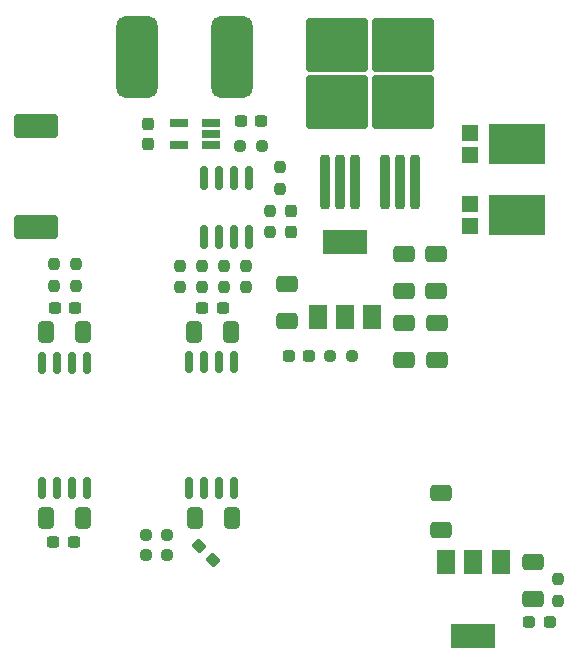
<source format=gbr>
%TF.GenerationSoftware,KiCad,Pcbnew,7.0.5*%
%TF.CreationDate,2025-04-14T03:26:47-04:00*%
%TF.ProjectId,okay_this_one_is_not_work,6f6b6179-5f74-4686-9973-5f6f6e655f69,rev?*%
%TF.SameCoordinates,Original*%
%TF.FileFunction,Paste,Top*%
%TF.FilePolarity,Positive*%
%FSLAX46Y46*%
G04 Gerber Fmt 4.6, Leading zero omitted, Abs format (unit mm)*
G04 Created by KiCad (PCBNEW 7.0.5) date 2025-04-14 03:26:47*
%MOMM*%
%LPD*%
G01*
G04 APERTURE LIST*
G04 Aperture macros list*
%AMRoundRect*
0 Rectangle with rounded corners*
0 $1 Rounding radius*
0 $2 $3 $4 $5 $6 $7 $8 $9 X,Y pos of 4 corners*
0 Add a 4 corners polygon primitive as box body*
4,1,4,$2,$3,$4,$5,$6,$7,$8,$9,$2,$3,0*
0 Add four circle primitives for the rounded corners*
1,1,$1+$1,$2,$3*
1,1,$1+$1,$4,$5*
1,1,$1+$1,$6,$7*
1,1,$1+$1,$8,$9*
0 Add four rect primitives between the rounded corners*
20,1,$1+$1,$2,$3,$4,$5,0*
20,1,$1+$1,$4,$5,$6,$7,0*
20,1,$1+$1,$6,$7,$8,$9,0*
20,1,$1+$1,$8,$9,$2,$3,0*%
G04 Aperture macros list end*
%ADD10R,1.500000X2.000000*%
%ADD11R,3.800000X2.000000*%
%ADD12RoundRect,0.250000X-0.650000X0.412500X-0.650000X-0.412500X0.650000X-0.412500X0.650000X0.412500X0*%
%ADD13RoundRect,0.250000X0.650000X-0.412500X0.650000X0.412500X-0.650000X0.412500X-0.650000X-0.412500X0*%
%ADD14RoundRect,0.237500X-0.237500X0.250000X-0.237500X-0.250000X0.237500X-0.250000X0.237500X0.250000X0*%
%ADD15RoundRect,0.237500X-0.287500X-0.237500X0.287500X-0.237500X0.287500X0.237500X-0.287500X0.237500X0*%
%ADD16RoundRect,0.150000X0.150000X-0.750000X0.150000X0.750000X-0.150000X0.750000X-0.150000X-0.750000X0*%
%ADD17RoundRect,0.250000X2.375000X-2.025000X2.375000X2.025000X-2.375000X2.025000X-2.375000X-2.025000X0*%
%ADD18RoundRect,0.200000X0.200000X-2.100000X0.200000X2.100000X-0.200000X2.100000X-0.200000X-2.100000X0*%
%ADD19RoundRect,0.150000X-0.150000X0.825000X-0.150000X-0.825000X0.150000X-0.825000X0.150000X0.825000X0*%
%ADD20RoundRect,0.150000X-0.150000X0.750000X-0.150000X-0.750000X0.150000X-0.750000X0.150000X0.750000X0*%
%ADD21R,1.560000X0.650000*%
%ADD22RoundRect,0.237500X0.250000X0.237500X-0.250000X0.237500X-0.250000X-0.237500X0.250000X-0.237500X0*%
%ADD23RoundRect,0.237500X-0.250000X-0.237500X0.250000X-0.237500X0.250000X0.237500X-0.250000X0.237500X0*%
%ADD24RoundRect,0.237500X0.237500X-0.250000X0.237500X0.250000X-0.237500X0.250000X-0.237500X-0.250000X0*%
%ADD25RoundRect,0.875000X-0.875000X-2.625000X0.875000X-2.625000X0.875000X2.625000X-0.875000X2.625000X0*%
%ADD26RoundRect,0.250000X-1.625000X0.750000X-1.625000X-0.750000X1.625000X-0.750000X1.625000X0.750000X0*%
%ADD27R,1.400000X1.390000*%
%ADD28R,4.860000X3.360000*%
%ADD29RoundRect,0.250000X-0.412500X-0.650000X0.412500X-0.650000X0.412500X0.650000X-0.412500X0.650000X0*%
%ADD30RoundRect,0.237500X-0.237500X0.300000X-0.237500X-0.300000X0.237500X-0.300000X0.237500X0.300000X0*%
%ADD31RoundRect,0.237500X-0.380070X0.044194X0.044194X-0.380070X0.380070X-0.044194X-0.044194X0.380070X0*%
%ADD32RoundRect,0.237500X-0.300000X-0.237500X0.300000X-0.237500X0.300000X0.237500X-0.300000X0.237500X0*%
%ADD33RoundRect,0.237500X0.300000X0.237500X-0.300000X0.237500X-0.300000X-0.237500X0.300000X-0.237500X0*%
%ADD34RoundRect,0.250000X0.412500X0.650000X-0.412500X0.650000X-0.412500X-0.650000X0.412500X-0.650000X0*%
G04 APERTURE END LIST*
D10*
%TO.C,U7*%
X67515489Y-65758813D03*
D11*
X65215489Y-72058813D03*
D10*
X65215489Y-65758813D03*
X62915489Y-65758813D03*
%TD*%
D12*
%TO.C,C18*%
X59384398Y-45530500D03*
X59384398Y-48655500D03*
%TD*%
%TO.C,C17*%
X62096168Y-45525670D03*
X62096168Y-48650670D03*
%TD*%
D13*
%TO.C,C16*%
X62447327Y-63036954D03*
X62447327Y-59911954D03*
%TD*%
%TO.C,C15*%
X59333598Y-39713900D03*
X59333598Y-42838900D03*
%TD*%
D14*
%TO.C,R14*%
X72364585Y-67233606D03*
X72364585Y-69058606D03*
%TD*%
D15*
%TO.C,D4*%
X69918661Y-70810843D03*
X71668661Y-70810843D03*
%TD*%
D16*
%TO.C,U6*%
X41173403Y-48854600D03*
X42443403Y-48854600D03*
X43713403Y-48854600D03*
X44983403Y-48854600D03*
X44983403Y-59504600D03*
X43713403Y-59504600D03*
X42443403Y-59504600D03*
X41173403Y-59504600D03*
%TD*%
D17*
%TO.C,U5*%
X59233119Y-26842590D03*
X53683119Y-21992590D03*
X53683119Y-26842590D03*
X59233119Y-21992590D03*
D18*
X60268119Y-33567590D03*
X58998119Y-33567590D03*
X57728119Y-33567590D03*
X55188119Y-33567590D03*
X53918119Y-33567590D03*
X52648119Y-33567590D03*
%TD*%
D10*
%TO.C,U4*%
X56629798Y-44985200D03*
X54329798Y-44985200D03*
D11*
X54329798Y-38685200D03*
D10*
X52029798Y-44985200D03*
%TD*%
D19*
%TO.C,U3*%
X46242220Y-38236664D03*
X44972220Y-38236664D03*
X43702220Y-38236664D03*
X42432220Y-38236664D03*
X42432220Y-33286664D03*
X43702220Y-33286664D03*
X44972220Y-33286664D03*
X46242220Y-33286664D03*
%TD*%
D20*
%TO.C,U2*%
X32536598Y-59530000D03*
X31266598Y-59530000D03*
X29996598Y-59530000D03*
X28726598Y-59530000D03*
X28726598Y-48880000D03*
X29996598Y-48880000D03*
X31266598Y-48880000D03*
X32536598Y-48880000D03*
%TD*%
D21*
%TO.C,U1*%
X40302121Y-30477356D03*
X40302121Y-28577356D03*
X43002121Y-28577356D03*
X43002121Y-29527356D03*
X43002121Y-30477356D03*
%TD*%
D22*
%TO.C,R13*%
X54912098Y-48312200D03*
X53087098Y-48312200D03*
%TD*%
D23*
%TO.C,R12*%
X37466098Y-65203200D03*
X39291098Y-65203200D03*
%TD*%
%TO.C,R11*%
X37491498Y-63450600D03*
X39316498Y-63450600D03*
%TD*%
D14*
%TO.C,R10*%
X48036040Y-36010131D03*
X48036040Y-37835131D03*
%TD*%
%TO.C,R9*%
X45947798Y-40668700D03*
X45947798Y-42493700D03*
%TD*%
%TO.C,R8*%
X40359798Y-40668700D03*
X40359798Y-42493700D03*
%TD*%
D24*
%TO.C,R7*%
X44068198Y-42492795D03*
X44068198Y-40667795D03*
%TD*%
%TO.C,R6*%
X42213998Y-42493700D03*
X42213998Y-40668700D03*
%TD*%
D14*
%TO.C,R5*%
X29717198Y-40567100D03*
X29717198Y-42392100D03*
%TD*%
%TO.C,R4*%
X31596798Y-40567100D03*
X31596798Y-42392100D03*
%TD*%
D23*
%TO.C,R3*%
X47317498Y-30583000D03*
X45492498Y-30583000D03*
%TD*%
D24*
%TO.C,R2*%
X48845724Y-32323946D03*
X48845724Y-34148946D03*
%TD*%
D25*
%TO.C,R1*%
X44814602Y-22998776D03*
X36711711Y-22998776D03*
%TD*%
D26*
%TO.C,F1*%
X28177556Y-37378628D03*
X28177556Y-28878628D03*
%TD*%
D15*
%TO.C,D3*%
X49568598Y-48312200D03*
X51318598Y-48312200D03*
%TD*%
D27*
%TO.C,D2*%
X64919641Y-29472302D03*
X64919641Y-31312302D03*
D28*
X68901641Y-30392302D03*
%TD*%
D27*
%TO.C,D1*%
X64919641Y-35434960D03*
X64919641Y-37274960D03*
D28*
X68901641Y-36354960D03*
%TD*%
D29*
%TO.C,C14*%
X41642098Y-62053600D03*
X44767098Y-62053600D03*
%TD*%
%TO.C,C13*%
X41540498Y-46305600D03*
X44665498Y-46305600D03*
%TD*%
D30*
%TO.C,C12*%
X49785515Y-36060131D03*
X49785515Y-37785131D03*
%TD*%
D31*
%TO.C,C11*%
X41959718Y-64415520D03*
X43179478Y-65635280D03*
%TD*%
D32*
%TO.C,C10*%
X43990898Y-44222800D03*
X42265898Y-44222800D03*
%TD*%
D33*
%TO.C,C9*%
X31392498Y-64034800D03*
X29667498Y-64034800D03*
%TD*%
%TO.C,C8*%
X31494098Y-44222800D03*
X29769098Y-44222800D03*
%TD*%
D30*
%TO.C,C7*%
X37628328Y-28653193D03*
X37628328Y-30378193D03*
%TD*%
D32*
%TO.C,C6*%
X47242098Y-28449400D03*
X45517098Y-28449400D03*
%TD*%
D12*
%TO.C,C5*%
X49402198Y-45328100D03*
X49402198Y-42203100D03*
%TD*%
D13*
%TO.C,C4*%
X62061018Y-42842874D03*
X62061018Y-39717874D03*
%TD*%
%TO.C,C3*%
X70248512Y-68908813D03*
X70248512Y-65783813D03*
%TD*%
D34*
%TO.C,C2*%
X32143298Y-62002800D03*
X29018298Y-62002800D03*
%TD*%
%TO.C,C1*%
X32194098Y-46280200D03*
X29069098Y-46280200D03*
%TD*%
M02*

</source>
